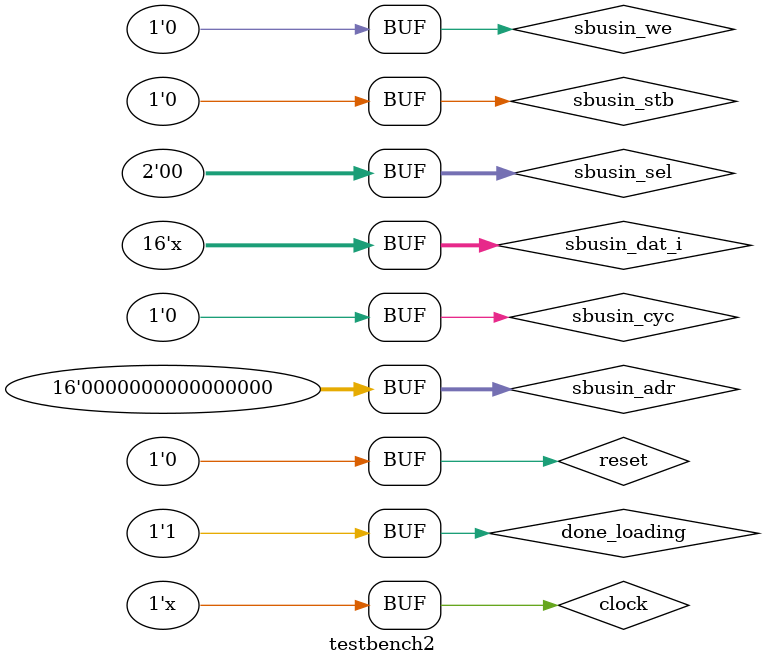
<source format=v>
`timescale 10ns / 100ps


module testbench2;
	
//Master clock and reset
reg 			clock;
reg 			reset;

//Interconnects between memory window and bram
wire	[10:0] 	bram_adr;
wire	[15:0] 	bram_dat;
wire			bram_cyc;
wire 			bram_stb;
wire 			bram_ack;
wire 			bram_we;

wire			load_new_coefficients;
reg				done_loading;

//SBUS wishbone input
reg 	[15:0] 	sbusin_adr;
wire 	[15:0] 	sbusin_dat_o;
reg 	[15:0] 	sbusin_dat_i;
reg 			sbusin_cyc;
reg 			sbusin_stb;
wire 			sbusin_ack;
reg 			sbusin_we;
reg 	[1:0] 	sbusin_sel;

coefficient_memwindow coeff_memorywindow(

  .wb_clk_i(clock),
  .wb_rst_i(reset),
  
  //From sbus
  .sbus_wb_cyc_i(sbusin_cyc),
  .sbus_wb_stb_i(sbusin_stb),
  .sbus_wb_we_i(sbusin_we),
  .sbus_wb_adr_i(sbusin_adr),
  .sbus_wb_sel_i(sbusin_sel),
  .sbus_wb_dat_i(sbusin_dat_i),
  .sbus_wb_dat_o(sbusin_dat_o),
  .sbus_wb_ack_o(sbusin_ack),

  //To blockram
  .cbram_wb_cyc_o(bram_cyc),
  .cbram_wb_stb_o(bram_stb),
  .cbram_wb_adr_o(bram_adr),
  .cbram_wb_dat_o(bram_dat),
  .cbram_wb_we_o(bram_we),
  .cbram_wb_ack_i(bram_ack),
  
  .load_new_coefficients(load_new_coefficients),
  .done_loading(done_loading)

);
  
initial begin

   clock = 1;
   reset = 0;
   
   sbusin_adr = 16'b0;
   sbusin_dat_i = 16'b0;
   sbusin_cyc = 1'b0;
   sbusin_stb = 1'b0;
   sbusin_we = 1'b0;
   sbusin_sel = 2'b0;
   
   done_loading = 1'b1;
   
   //Reset everything
   #20 reset = 1'b1;
   #20 reset = 1'b0;
   
   //Write to load_coefficients register
   #20
   sbusin_adr = 16'h04;
   sbusin_dat_i = 16'h1;
   sbusin_cyc = 1'b1;
   sbusin_stb = 1'b1;
   sbusin_we = 1'b1;
   
   #20
   sbusin_we = 1'b0;
   sbusin_cyc = 1'b0;
   sbusin_stb = 1'b0;
   sbusin_dat_i = 16'hx;
   done_loading = 1'b0;
   
   //Read done_loading register when it is known to be zero
   #20
   sbusin_adr = 16'h04;
   sbusin_dat_i = 16'h1;
   sbusin_cyc = 1'b1;
   sbusin_stb = 1'b1;
   sbusin_we = 1'b0;
   
   #20
   sbusin_we = 1'b0;
   sbusin_cyc = 1'b0;
   sbusin_stb = 1'b0;
   sbusin_dat_i = 16'hx;
   done_loading = 1'b0;
   
   //Wait a bit, then signal that the coefficient load has completed
   #20
   done_loading = 1'b1;
   
   //Read done_loading when it is known to be 1
   #20
   sbusin_adr = 16'h04;
   sbusin_cyc = 1'b1;
   sbusin_stb = 1'b1;
   sbusin_we = 1'b0;
   
   #20
   sbusin_we = 1'b0;
   sbusin_cyc = 1'b0;
   sbusin_stb = 1'b0;
   sbusin_dat_i = 16'hx;
   sbusin_adr = 16'h0;
      
end

always

   #5 clock = !clock;
     
endmodule
</source>
